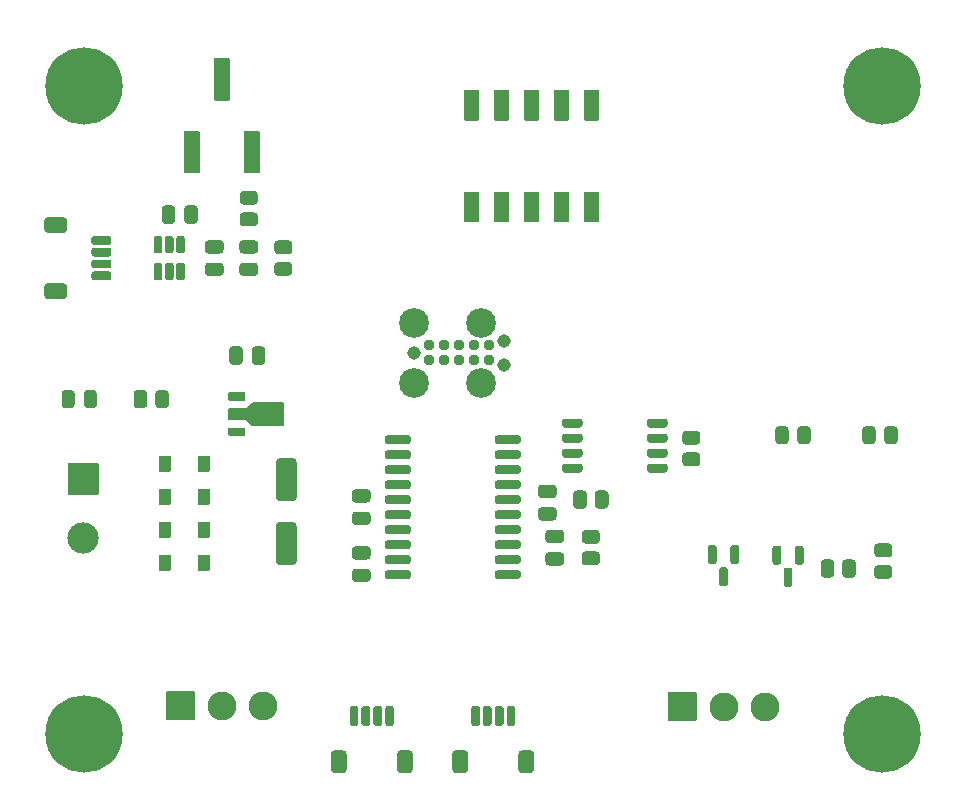
<source format=gts>
G04 #@! TF.GenerationSoftware,KiCad,Pcbnew,6.0.10-86aedd382b~118~ubuntu18.04.1*
G04 #@! TF.CreationDate,2024-08-26T13:48:25-06:00*
G04 #@! TF.ProjectId,ckt-xing-basic,636b742d-7869-46e6-972d-62617369632e,rev?*
G04 #@! TF.SameCoordinates,Original*
G04 #@! TF.FileFunction,Soldermask,Top*
G04 #@! TF.FilePolarity,Negative*
%FSLAX46Y46*%
G04 Gerber Fmt 4.6, Leading zero omitted, Abs format (unit mm)*
G04 Created by KiCad (PCBNEW 6.0.10-86aedd382b~118~ubuntu18.04.1) date 2024-08-26 13:48:25*
%MOMM*%
%LPD*%
G01*
G04 APERTURE LIST*
%ADD10C,6.552400*%
%ADD11C,2.652400*%
%ADD12C,2.452400*%
%ADD13C,2.527300*%
%ADD14C,1.143000*%
%ADD15C,0.939800*%
G04 APERTURE END LIST*
G36*
G01*
X95100200Y-63812000D02*
X95100200Y-64712000D01*
G75*
G02*
X94774000Y-65038200I-326200J0D01*
G01*
X94249000Y-65038200D01*
G75*
G02*
X93922800Y-64712000I0J326200D01*
G01*
X93922800Y-63812000D01*
G75*
G02*
X94249000Y-63485800I326200J0D01*
G01*
X94774000Y-63485800D01*
G75*
G02*
X95100200Y-63812000I0J-326200D01*
G01*
G37*
G36*
G01*
X93275200Y-63812000D02*
X93275200Y-64712000D01*
G75*
G02*
X92949000Y-65038200I-326200J0D01*
G01*
X92424000Y-65038200D01*
G75*
G02*
X92097800Y-64712000I0J326200D01*
G01*
X92097800Y-63812000D01*
G75*
G02*
X92424000Y-63485800I326200J0D01*
G01*
X92949000Y-63485800D01*
G75*
G02*
X93275200Y-63812000I0J-326200D01*
G01*
G37*
D10*
X29718000Y-23368000D03*
G36*
G01*
X80703000Y-52600800D02*
X81603000Y-52600800D01*
G75*
G02*
X81929200Y-52927000I0J-326200D01*
G01*
X81929200Y-53452000D01*
G75*
G02*
X81603000Y-53778200I-326200J0D01*
G01*
X80703000Y-53778200D01*
G75*
G02*
X80376800Y-53452000I0J326200D01*
G01*
X80376800Y-52927000D01*
G75*
G02*
X80703000Y-52600800I326200J0D01*
G01*
G37*
G36*
G01*
X80703000Y-54425800D02*
X81603000Y-54425800D01*
G75*
G02*
X81929200Y-54752000I0J-326200D01*
G01*
X81929200Y-55277000D01*
G75*
G02*
X81603000Y-55603200I-326200J0D01*
G01*
X80703000Y-55603200D01*
G75*
G02*
X80376800Y-55277000I0J326200D01*
G01*
X80376800Y-54752000D01*
G75*
G02*
X80703000Y-54425800I326200J0D01*
G01*
G37*
G36*
G01*
X36157000Y-39849200D02*
X35857000Y-39849200D01*
G75*
G02*
X35630800Y-39623000I0J226200D01*
G01*
X35630800Y-38598000D01*
G75*
G02*
X35857000Y-38371800I226200J0D01*
G01*
X36157000Y-38371800D01*
G75*
G02*
X36383200Y-38598000I0J-226200D01*
G01*
X36383200Y-39623000D01*
G75*
G02*
X36157000Y-39849200I-226200J0D01*
G01*
G37*
G36*
G01*
X37107000Y-39849200D02*
X36807000Y-39849200D01*
G75*
G02*
X36580800Y-39623000I0J226200D01*
G01*
X36580800Y-38598000D01*
G75*
G02*
X36807000Y-38371800I226200J0D01*
G01*
X37107000Y-38371800D01*
G75*
G02*
X37333200Y-38598000I0J-226200D01*
G01*
X37333200Y-39623000D01*
G75*
G02*
X37107000Y-39849200I-226200J0D01*
G01*
G37*
G36*
G01*
X38057000Y-39849200D02*
X37757000Y-39849200D01*
G75*
G02*
X37530800Y-39623000I0J226200D01*
G01*
X37530800Y-38598000D01*
G75*
G02*
X37757000Y-38371800I226200J0D01*
G01*
X38057000Y-38371800D01*
G75*
G02*
X38283200Y-38598000I0J-226200D01*
G01*
X38283200Y-39623000D01*
G75*
G02*
X38057000Y-39849200I-226200J0D01*
G01*
G37*
G36*
G01*
X38057000Y-37574200D02*
X37757000Y-37574200D01*
G75*
G02*
X37530800Y-37348000I0J226200D01*
G01*
X37530800Y-36323000D01*
G75*
G02*
X37757000Y-36096800I226200J0D01*
G01*
X38057000Y-36096800D01*
G75*
G02*
X38283200Y-36323000I0J-226200D01*
G01*
X38283200Y-37348000D01*
G75*
G02*
X38057000Y-37574200I-226200J0D01*
G01*
G37*
G36*
G01*
X37107000Y-37574200D02*
X36807000Y-37574200D01*
G75*
G02*
X36580800Y-37348000I0J226200D01*
G01*
X36580800Y-36323000D01*
G75*
G02*
X36807000Y-36096800I226200J0D01*
G01*
X37107000Y-36096800D01*
G75*
G02*
X37333200Y-36323000I0J-226200D01*
G01*
X37333200Y-37348000D01*
G75*
G02*
X37107000Y-37574200I-226200J0D01*
G01*
G37*
G36*
G01*
X36157000Y-37574200D02*
X35857000Y-37574200D01*
G75*
G02*
X35630800Y-37348000I0J226200D01*
G01*
X35630800Y-36323000D01*
G75*
G02*
X35857000Y-36096800I226200J0D01*
G01*
X36157000Y-36096800D01*
G75*
G02*
X36383200Y-36323000I0J-226200D01*
G01*
X36383200Y-37348000D01*
G75*
G02*
X36157000Y-37574200I-226200J0D01*
G01*
G37*
G36*
G01*
X95629550Y-53415250D02*
X95629550Y-52502750D01*
G75*
G02*
X95949500Y-52182800I319950J0D01*
G01*
X96437000Y-52182800D01*
G75*
G02*
X96756950Y-52502750I0J-319950D01*
G01*
X96756950Y-53415250D01*
G75*
G02*
X96437000Y-53735200I-319950J0D01*
G01*
X95949500Y-53735200D01*
G75*
G02*
X95629550Y-53415250I0J319950D01*
G01*
G37*
G36*
G01*
X97504550Y-53415250D02*
X97504550Y-52502750D01*
G75*
G02*
X97824500Y-52182800I319950J0D01*
G01*
X98312000Y-52182800D01*
G75*
G02*
X98631950Y-52502750I0J-319950D01*
G01*
X98631950Y-53415250D01*
G75*
G02*
X98312000Y-53735200I-319950J0D01*
G01*
X97824500Y-53735200D01*
G75*
G02*
X97504550Y-53415250I0J319950D01*
G01*
G37*
G36*
G01*
X42034800Y-46703000D02*
X42034800Y-45753000D01*
G75*
G02*
X42361000Y-45426800I326200J0D01*
G01*
X42861000Y-45426800D01*
G75*
G02*
X43187200Y-45753000I0J-326200D01*
G01*
X43187200Y-46703000D01*
G75*
G02*
X42861000Y-47029200I-326200J0D01*
G01*
X42361000Y-47029200D01*
G75*
G02*
X42034800Y-46703000I0J326200D01*
G01*
G37*
G36*
G01*
X43934800Y-46703000D02*
X43934800Y-45753000D01*
G75*
G02*
X44261000Y-45426800I326200J0D01*
G01*
X44761000Y-45426800D01*
G75*
G02*
X45087200Y-45753000I0J-326200D01*
G01*
X45087200Y-46703000D01*
G75*
G02*
X44761000Y-47029200I-326200J0D01*
G01*
X44261000Y-47029200D01*
G75*
G02*
X43934800Y-46703000I0J326200D01*
G01*
G37*
G36*
G01*
X63106300Y-34937700D02*
X61988700Y-34937700D01*
G75*
G02*
X61912500Y-34861500I0J76200D01*
G01*
X61912500Y-32423100D01*
G75*
G02*
X61988700Y-32346900I76200J0D01*
G01*
X63106300Y-32346900D01*
G75*
G02*
X63182500Y-32423100I0J-76200D01*
G01*
X63182500Y-34861500D01*
G75*
G02*
X63106300Y-34937700I-76200J0D01*
G01*
G37*
G36*
G01*
X65646300Y-34937700D02*
X64528700Y-34937700D01*
G75*
G02*
X64452500Y-34861500I0J76200D01*
G01*
X64452500Y-32423100D01*
G75*
G02*
X64528700Y-32346900I76200J0D01*
G01*
X65646300Y-32346900D01*
G75*
G02*
X65722500Y-32423100I0J-76200D01*
G01*
X65722500Y-34861500D01*
G75*
G02*
X65646300Y-34937700I-76200J0D01*
G01*
G37*
G36*
G01*
X68186300Y-34937700D02*
X67068700Y-34937700D01*
G75*
G02*
X66992500Y-34861500I0J76200D01*
G01*
X66992500Y-32423100D01*
G75*
G02*
X67068700Y-32346900I76200J0D01*
G01*
X68186300Y-32346900D01*
G75*
G02*
X68262500Y-32423100I0J-76200D01*
G01*
X68262500Y-34861500D01*
G75*
G02*
X68186300Y-34937700I-76200J0D01*
G01*
G37*
G36*
G01*
X70726300Y-34937700D02*
X69608700Y-34937700D01*
G75*
G02*
X69532500Y-34861500I0J76200D01*
G01*
X69532500Y-32423100D01*
G75*
G02*
X69608700Y-32346900I76200J0D01*
G01*
X70726300Y-32346900D01*
G75*
G02*
X70802500Y-32423100I0J-76200D01*
G01*
X70802500Y-34861500D01*
G75*
G02*
X70726300Y-34937700I-76200J0D01*
G01*
G37*
G36*
G01*
X73266300Y-34937700D02*
X72148700Y-34937700D01*
G75*
G02*
X72072500Y-34861500I0J76200D01*
G01*
X72072500Y-32423100D01*
G75*
G02*
X72148700Y-32346900I76200J0D01*
G01*
X73266300Y-32346900D01*
G75*
G02*
X73342500Y-32423100I0J-76200D01*
G01*
X73342500Y-34861500D01*
G75*
G02*
X73266300Y-34937700I-76200J0D01*
G01*
G37*
G36*
G01*
X73266300Y-26327100D02*
X72148700Y-26327100D01*
G75*
G02*
X72072500Y-26250900I0J76200D01*
G01*
X72072500Y-23812500D01*
G75*
G02*
X72148700Y-23736300I76200J0D01*
G01*
X73266300Y-23736300D01*
G75*
G02*
X73342500Y-23812500I0J-76200D01*
G01*
X73342500Y-26250900D01*
G75*
G02*
X73266300Y-26327100I-76200J0D01*
G01*
G37*
G36*
G01*
X70726300Y-26327100D02*
X69608700Y-26327100D01*
G75*
G02*
X69532500Y-26250900I0J76200D01*
G01*
X69532500Y-23812500D01*
G75*
G02*
X69608700Y-23736300I76200J0D01*
G01*
X70726300Y-23736300D01*
G75*
G02*
X70802500Y-23812500I0J-76200D01*
G01*
X70802500Y-26250900D01*
G75*
G02*
X70726300Y-26327100I-76200J0D01*
G01*
G37*
G36*
G01*
X68186300Y-26327100D02*
X67068700Y-26327100D01*
G75*
G02*
X66992500Y-26250900I0J76200D01*
G01*
X66992500Y-23812500D01*
G75*
G02*
X67068700Y-23736300I76200J0D01*
G01*
X68186300Y-23736300D01*
G75*
G02*
X68262500Y-23812500I0J-76200D01*
G01*
X68262500Y-26250900D01*
G75*
G02*
X68186300Y-26327100I-76200J0D01*
G01*
G37*
G36*
G01*
X65646300Y-26327100D02*
X64528700Y-26327100D01*
G75*
G02*
X64452500Y-26250900I0J76200D01*
G01*
X64452500Y-23812500D01*
G75*
G02*
X64528700Y-23736300I76200J0D01*
G01*
X65646300Y-23736300D01*
G75*
G02*
X65722500Y-23812500I0J-76200D01*
G01*
X65722500Y-26250900D01*
G75*
G02*
X65646300Y-26327100I-76200J0D01*
G01*
G37*
G36*
G01*
X63106300Y-26327100D02*
X61988700Y-26327100D01*
G75*
G02*
X61912500Y-26250900I0J76200D01*
G01*
X61912500Y-23812500D01*
G75*
G02*
X61988700Y-23736300I76200J0D01*
G01*
X63106300Y-23736300D01*
G75*
G02*
X63182500Y-23812500I0J-76200D01*
G01*
X63182500Y-26250900D01*
G75*
G02*
X63106300Y-26327100I-76200J0D01*
G01*
G37*
G36*
G01*
X38188900Y-30708600D02*
X38188900Y-27279600D01*
G75*
G02*
X38265100Y-27203400I76200J0D01*
G01*
X39458900Y-27203400D01*
G75*
G02*
X39535100Y-27279600I0J-76200D01*
G01*
X39535100Y-30708600D01*
G75*
G02*
X39458900Y-30784800I-76200J0D01*
G01*
X38265100Y-30784800D01*
G75*
G02*
X38188900Y-30708600I0J76200D01*
G01*
G37*
G36*
G01*
X40728900Y-24561800D02*
X40728900Y-21107400D01*
G75*
G02*
X40805100Y-21031200I76200J0D01*
G01*
X41998900Y-21031200D01*
G75*
G02*
X42075100Y-21107400I0J-76200D01*
G01*
X42075100Y-24561800D01*
G75*
G02*
X41998900Y-24638000I-76200J0D01*
G01*
X40805100Y-24638000D01*
G75*
G02*
X40728900Y-24561800I0J76200D01*
G01*
G37*
G36*
G01*
X43268900Y-30708600D02*
X43268900Y-27279600D01*
G75*
G02*
X43345100Y-27203400I76200J0D01*
G01*
X44538900Y-27203400D01*
G75*
G02*
X44615100Y-27279600I0J-76200D01*
G01*
X44615100Y-30708600D01*
G75*
G02*
X44538900Y-30784800I-76200J0D01*
G01*
X43345100Y-30784800D01*
G75*
G02*
X43268900Y-30708600I0J76200D01*
G01*
G37*
G36*
G01*
X52738000Y-57528800D02*
X53688000Y-57528800D01*
G75*
G02*
X54014200Y-57855000I0J-326200D01*
G01*
X54014200Y-58355000D01*
G75*
G02*
X53688000Y-58681200I-326200J0D01*
G01*
X52738000Y-58681200D01*
G75*
G02*
X52411800Y-58355000I0J326200D01*
G01*
X52411800Y-57855000D01*
G75*
G02*
X52738000Y-57528800I326200J0D01*
G01*
G37*
G36*
G01*
X52738000Y-59428800D02*
X53688000Y-59428800D01*
G75*
G02*
X54014200Y-59755000I0J-326200D01*
G01*
X54014200Y-60255000D01*
G75*
G02*
X53688000Y-60581200I-326200J0D01*
G01*
X52738000Y-60581200D01*
G75*
G02*
X52411800Y-60255000I0J326200D01*
G01*
X52411800Y-59755000D01*
G75*
G02*
X52738000Y-59428800I326200J0D01*
G01*
G37*
G36*
G01*
X28422000Y-55355800D02*
X30922000Y-55355800D01*
G75*
G02*
X30998200Y-55432000I0J-76200D01*
G01*
X30998200Y-57932000D01*
G75*
G02*
X30922000Y-58008200I-76200J0D01*
G01*
X28422000Y-58008200D01*
G75*
G02*
X28345800Y-57932000I0J76200D01*
G01*
X28345800Y-55432000D01*
G75*
G02*
X28422000Y-55355800I76200J0D01*
G01*
G37*
D11*
X29672000Y-61682000D03*
D10*
X29718000Y-78232000D03*
X97282000Y-78232000D03*
G36*
G01*
X69436000Y-60200200D02*
X68486000Y-60200200D01*
G75*
G02*
X68159800Y-59874000I0J326200D01*
G01*
X68159800Y-59374000D01*
G75*
G02*
X68486000Y-59047800I326200J0D01*
G01*
X69436000Y-59047800D01*
G75*
G02*
X69762200Y-59374000I0J-326200D01*
G01*
X69762200Y-59874000D01*
G75*
G02*
X69436000Y-60200200I-326200J0D01*
G01*
G37*
G36*
G01*
X69436000Y-58300200D02*
X68486000Y-58300200D01*
G75*
G02*
X68159800Y-57974000I0J326200D01*
G01*
X68159800Y-57474000D01*
G75*
G02*
X68486000Y-57147800I326200J0D01*
G01*
X69436000Y-57147800D01*
G75*
G02*
X69762200Y-57474000I0J-326200D01*
G01*
X69762200Y-57974000D01*
G75*
G02*
X69436000Y-58300200I-326200J0D01*
G01*
G37*
G36*
G01*
X79164800Y-77096000D02*
X79164800Y-74796000D01*
G75*
G02*
X79241000Y-74719800I76200J0D01*
G01*
X81541000Y-74719800D01*
G75*
G02*
X81617200Y-74796000I0J-76200D01*
G01*
X81617200Y-77096000D01*
G75*
G02*
X81541000Y-77172200I-76200J0D01*
G01*
X79241000Y-77172200D01*
G75*
G02*
X79164800Y-77096000I0J76200D01*
G01*
G37*
D12*
X83891000Y-75946000D03*
X87391000Y-75946000D03*
G36*
G01*
X55208800Y-53490000D02*
X55208800Y-53190000D01*
G75*
G02*
X55435000Y-52963800I226200J0D01*
G01*
X57185000Y-52963800D01*
G75*
G02*
X57411200Y-53190000I0J-226200D01*
G01*
X57411200Y-53490000D01*
G75*
G02*
X57185000Y-53716200I-226200J0D01*
G01*
X55435000Y-53716200D01*
G75*
G02*
X55208800Y-53490000I0J226200D01*
G01*
G37*
G36*
G01*
X55208800Y-54760000D02*
X55208800Y-54460000D01*
G75*
G02*
X55435000Y-54233800I226200J0D01*
G01*
X57185000Y-54233800D01*
G75*
G02*
X57411200Y-54460000I0J-226200D01*
G01*
X57411200Y-54760000D01*
G75*
G02*
X57185000Y-54986200I-226200J0D01*
G01*
X55435000Y-54986200D01*
G75*
G02*
X55208800Y-54760000I0J226200D01*
G01*
G37*
G36*
G01*
X55208800Y-56030000D02*
X55208800Y-55730000D01*
G75*
G02*
X55435000Y-55503800I226200J0D01*
G01*
X57185000Y-55503800D01*
G75*
G02*
X57411200Y-55730000I0J-226200D01*
G01*
X57411200Y-56030000D01*
G75*
G02*
X57185000Y-56256200I-226200J0D01*
G01*
X55435000Y-56256200D01*
G75*
G02*
X55208800Y-56030000I0J226200D01*
G01*
G37*
G36*
G01*
X55208800Y-57300000D02*
X55208800Y-57000000D01*
G75*
G02*
X55435000Y-56773800I226200J0D01*
G01*
X57185000Y-56773800D01*
G75*
G02*
X57411200Y-57000000I0J-226200D01*
G01*
X57411200Y-57300000D01*
G75*
G02*
X57185000Y-57526200I-226200J0D01*
G01*
X55435000Y-57526200D01*
G75*
G02*
X55208800Y-57300000I0J226200D01*
G01*
G37*
G36*
G01*
X55208800Y-58570000D02*
X55208800Y-58270000D01*
G75*
G02*
X55435000Y-58043800I226200J0D01*
G01*
X57185000Y-58043800D01*
G75*
G02*
X57411200Y-58270000I0J-226200D01*
G01*
X57411200Y-58570000D01*
G75*
G02*
X57185000Y-58796200I-226200J0D01*
G01*
X55435000Y-58796200D01*
G75*
G02*
X55208800Y-58570000I0J226200D01*
G01*
G37*
G36*
G01*
X55208800Y-59840000D02*
X55208800Y-59540000D01*
G75*
G02*
X55435000Y-59313800I226200J0D01*
G01*
X57185000Y-59313800D01*
G75*
G02*
X57411200Y-59540000I0J-226200D01*
G01*
X57411200Y-59840000D01*
G75*
G02*
X57185000Y-60066200I-226200J0D01*
G01*
X55435000Y-60066200D01*
G75*
G02*
X55208800Y-59840000I0J226200D01*
G01*
G37*
G36*
G01*
X55208800Y-61110000D02*
X55208800Y-60810000D01*
G75*
G02*
X55435000Y-60583800I226200J0D01*
G01*
X57185000Y-60583800D01*
G75*
G02*
X57411200Y-60810000I0J-226200D01*
G01*
X57411200Y-61110000D01*
G75*
G02*
X57185000Y-61336200I-226200J0D01*
G01*
X55435000Y-61336200D01*
G75*
G02*
X55208800Y-61110000I0J226200D01*
G01*
G37*
G36*
G01*
X55208800Y-62380000D02*
X55208800Y-62080000D01*
G75*
G02*
X55435000Y-61853800I226200J0D01*
G01*
X57185000Y-61853800D01*
G75*
G02*
X57411200Y-62080000I0J-226200D01*
G01*
X57411200Y-62380000D01*
G75*
G02*
X57185000Y-62606200I-226200J0D01*
G01*
X55435000Y-62606200D01*
G75*
G02*
X55208800Y-62380000I0J226200D01*
G01*
G37*
G36*
G01*
X55208800Y-63650000D02*
X55208800Y-63350000D01*
G75*
G02*
X55435000Y-63123800I226200J0D01*
G01*
X57185000Y-63123800D01*
G75*
G02*
X57411200Y-63350000I0J-226200D01*
G01*
X57411200Y-63650000D01*
G75*
G02*
X57185000Y-63876200I-226200J0D01*
G01*
X55435000Y-63876200D01*
G75*
G02*
X55208800Y-63650000I0J226200D01*
G01*
G37*
G36*
G01*
X55208800Y-64920000D02*
X55208800Y-64620000D01*
G75*
G02*
X55435000Y-64393800I226200J0D01*
G01*
X57185000Y-64393800D01*
G75*
G02*
X57411200Y-64620000I0J-226200D01*
G01*
X57411200Y-64920000D01*
G75*
G02*
X57185000Y-65146200I-226200J0D01*
G01*
X55435000Y-65146200D01*
G75*
G02*
X55208800Y-64920000I0J226200D01*
G01*
G37*
G36*
G01*
X64508800Y-64920000D02*
X64508800Y-64620000D01*
G75*
G02*
X64735000Y-64393800I226200J0D01*
G01*
X66485000Y-64393800D01*
G75*
G02*
X66711200Y-64620000I0J-226200D01*
G01*
X66711200Y-64920000D01*
G75*
G02*
X66485000Y-65146200I-226200J0D01*
G01*
X64735000Y-65146200D01*
G75*
G02*
X64508800Y-64920000I0J226200D01*
G01*
G37*
G36*
G01*
X64508800Y-63650000D02*
X64508800Y-63350000D01*
G75*
G02*
X64735000Y-63123800I226200J0D01*
G01*
X66485000Y-63123800D01*
G75*
G02*
X66711200Y-63350000I0J-226200D01*
G01*
X66711200Y-63650000D01*
G75*
G02*
X66485000Y-63876200I-226200J0D01*
G01*
X64735000Y-63876200D01*
G75*
G02*
X64508800Y-63650000I0J226200D01*
G01*
G37*
G36*
G01*
X64508800Y-62380000D02*
X64508800Y-62080000D01*
G75*
G02*
X64735000Y-61853800I226200J0D01*
G01*
X66485000Y-61853800D01*
G75*
G02*
X66711200Y-62080000I0J-226200D01*
G01*
X66711200Y-62380000D01*
G75*
G02*
X66485000Y-62606200I-226200J0D01*
G01*
X64735000Y-62606200D01*
G75*
G02*
X64508800Y-62380000I0J226200D01*
G01*
G37*
G36*
G01*
X64508800Y-61110000D02*
X64508800Y-60810000D01*
G75*
G02*
X64735000Y-60583800I226200J0D01*
G01*
X66485000Y-60583800D01*
G75*
G02*
X66711200Y-60810000I0J-226200D01*
G01*
X66711200Y-61110000D01*
G75*
G02*
X66485000Y-61336200I-226200J0D01*
G01*
X64735000Y-61336200D01*
G75*
G02*
X64508800Y-61110000I0J226200D01*
G01*
G37*
G36*
G01*
X64508800Y-59840000D02*
X64508800Y-59540000D01*
G75*
G02*
X64735000Y-59313800I226200J0D01*
G01*
X66485000Y-59313800D01*
G75*
G02*
X66711200Y-59540000I0J-226200D01*
G01*
X66711200Y-59840000D01*
G75*
G02*
X66485000Y-60066200I-226200J0D01*
G01*
X64735000Y-60066200D01*
G75*
G02*
X64508800Y-59840000I0J226200D01*
G01*
G37*
G36*
G01*
X64508800Y-58570000D02*
X64508800Y-58270000D01*
G75*
G02*
X64735000Y-58043800I226200J0D01*
G01*
X66485000Y-58043800D01*
G75*
G02*
X66711200Y-58270000I0J-226200D01*
G01*
X66711200Y-58570000D01*
G75*
G02*
X66485000Y-58796200I-226200J0D01*
G01*
X64735000Y-58796200D01*
G75*
G02*
X64508800Y-58570000I0J226200D01*
G01*
G37*
G36*
G01*
X64508800Y-57300000D02*
X64508800Y-57000000D01*
G75*
G02*
X64735000Y-56773800I226200J0D01*
G01*
X66485000Y-56773800D01*
G75*
G02*
X66711200Y-57000000I0J-226200D01*
G01*
X66711200Y-57300000D01*
G75*
G02*
X66485000Y-57526200I-226200J0D01*
G01*
X64735000Y-57526200D01*
G75*
G02*
X64508800Y-57300000I0J226200D01*
G01*
G37*
G36*
G01*
X64508800Y-56030000D02*
X64508800Y-55730000D01*
G75*
G02*
X64735000Y-55503800I226200J0D01*
G01*
X66485000Y-55503800D01*
G75*
G02*
X66711200Y-55730000I0J-226200D01*
G01*
X66711200Y-56030000D01*
G75*
G02*
X66485000Y-56256200I-226200J0D01*
G01*
X64735000Y-56256200D01*
G75*
G02*
X64508800Y-56030000I0J226200D01*
G01*
G37*
G36*
G01*
X64508800Y-54760000D02*
X64508800Y-54460000D01*
G75*
G02*
X64735000Y-54233800I226200J0D01*
G01*
X66485000Y-54233800D01*
G75*
G02*
X66711200Y-54460000I0J-226200D01*
G01*
X66711200Y-54760000D01*
G75*
G02*
X66485000Y-54986200I-226200J0D01*
G01*
X64735000Y-54986200D01*
G75*
G02*
X64508800Y-54760000I0J226200D01*
G01*
G37*
G36*
G01*
X64508800Y-53490000D02*
X64508800Y-53190000D01*
G75*
G02*
X64735000Y-52963800I226200J0D01*
G01*
X66485000Y-52963800D01*
G75*
G02*
X66711200Y-53190000I0J-226200D01*
G01*
X66711200Y-53490000D01*
G75*
G02*
X66485000Y-53716200I-226200J0D01*
G01*
X64735000Y-53716200D01*
G75*
G02*
X64508800Y-53490000I0J226200D01*
G01*
G37*
G36*
G01*
X69121000Y-60957800D02*
X70071000Y-60957800D01*
G75*
G02*
X70397200Y-61284000I0J-326200D01*
G01*
X70397200Y-61784000D01*
G75*
G02*
X70071000Y-62110200I-326200J0D01*
G01*
X69121000Y-62110200D01*
G75*
G02*
X68794800Y-61784000I0J326200D01*
G01*
X68794800Y-61284000D01*
G75*
G02*
X69121000Y-60957800I326200J0D01*
G01*
G37*
G36*
G01*
X69121000Y-62857800D02*
X70071000Y-62857800D01*
G75*
G02*
X70397200Y-63184000I0J-326200D01*
G01*
X70397200Y-63684000D01*
G75*
G02*
X70071000Y-64010200I-326200J0D01*
G01*
X69121000Y-64010200D01*
G75*
G02*
X68794800Y-63684000I0J326200D01*
G01*
X68794800Y-63184000D01*
G75*
G02*
X69121000Y-62857800I326200J0D01*
G01*
G37*
G36*
G01*
X43238000Y-32280800D02*
X44138000Y-32280800D01*
G75*
G02*
X44464200Y-32607000I0J-326200D01*
G01*
X44464200Y-33132000D01*
G75*
G02*
X44138000Y-33458200I-326200J0D01*
G01*
X43238000Y-33458200D01*
G75*
G02*
X42911800Y-33132000I0J326200D01*
G01*
X42911800Y-32607000D01*
G75*
G02*
X43238000Y-32280800I326200J0D01*
G01*
G37*
G36*
G01*
X43238000Y-34105800D02*
X44138000Y-34105800D01*
G75*
G02*
X44464200Y-34432000I0J-326200D01*
G01*
X44464200Y-34957000D01*
G75*
G02*
X44138000Y-35283200I-326200J0D01*
G01*
X43238000Y-35283200D01*
G75*
G02*
X42911800Y-34957000I0J326200D01*
G01*
X42911800Y-34432000D01*
G75*
G02*
X43238000Y-34105800I326200J0D01*
G01*
G37*
G36*
G01*
X36675800Y-77038000D02*
X36675800Y-74738000D01*
G75*
G02*
X36752000Y-74661800I76200J0D01*
G01*
X39052000Y-74661800D01*
G75*
G02*
X39128200Y-74738000I0J-76200D01*
G01*
X39128200Y-77038000D01*
G75*
G02*
X39052000Y-77114200I-76200J0D01*
G01*
X36752000Y-77114200D01*
G75*
G02*
X36675800Y-77038000I0J76200D01*
G01*
G37*
X41402000Y-75888000D03*
X44902000Y-75888000D03*
G36*
G01*
X52225800Y-77365000D02*
X52225800Y-76115000D01*
G75*
G02*
X52452000Y-75888800I226200J0D01*
G01*
X52752000Y-75888800D01*
G75*
G02*
X52978200Y-76115000I0J-226200D01*
G01*
X52978200Y-77365000D01*
G75*
G02*
X52752000Y-77591200I-226200J0D01*
G01*
X52452000Y-77591200D01*
G75*
G02*
X52225800Y-77365000I0J226200D01*
G01*
G37*
G36*
G01*
X53225800Y-77365000D02*
X53225800Y-76115000D01*
G75*
G02*
X53452000Y-75888800I226200J0D01*
G01*
X53752000Y-75888800D01*
G75*
G02*
X53978200Y-76115000I0J-226200D01*
G01*
X53978200Y-77365000D01*
G75*
G02*
X53752000Y-77591200I-226200J0D01*
G01*
X53452000Y-77591200D01*
G75*
G02*
X53225800Y-77365000I0J226200D01*
G01*
G37*
G36*
G01*
X54225800Y-77365000D02*
X54225800Y-76115000D01*
G75*
G02*
X54452000Y-75888800I226200J0D01*
G01*
X54752000Y-75888800D01*
G75*
G02*
X54978200Y-76115000I0J-226200D01*
G01*
X54978200Y-77365000D01*
G75*
G02*
X54752000Y-77591200I-226200J0D01*
G01*
X54452000Y-77591200D01*
G75*
G02*
X54225800Y-77365000I0J226200D01*
G01*
G37*
G36*
G01*
X55225800Y-77365000D02*
X55225800Y-76115000D01*
G75*
G02*
X55452000Y-75888800I226200J0D01*
G01*
X55752000Y-75888800D01*
G75*
G02*
X55978200Y-76115000I0J-226200D01*
G01*
X55978200Y-77365000D01*
G75*
G02*
X55752000Y-77591200I-226200J0D01*
G01*
X55452000Y-77591200D01*
G75*
G02*
X55225800Y-77365000I0J226200D01*
G01*
G37*
G36*
G01*
X56225800Y-81265000D02*
X56225800Y-79965000D01*
G75*
G02*
X56552000Y-79638800I326200J0D01*
G01*
X57252000Y-79638800D01*
G75*
G02*
X57578200Y-79965000I0J-326200D01*
G01*
X57578200Y-81265000D01*
G75*
G02*
X57252000Y-81591200I-326200J0D01*
G01*
X56552000Y-81591200D01*
G75*
G02*
X56225800Y-81265000I0J326200D01*
G01*
G37*
G36*
G01*
X50625800Y-81265000D02*
X50625800Y-79965000D01*
G75*
G02*
X50952000Y-79638800I326200J0D01*
G01*
X51652000Y-79638800D01*
G75*
G02*
X51978200Y-79965000I0J-326200D01*
G01*
X51978200Y-81265000D01*
G75*
G02*
X51652000Y-81591200I-326200J0D01*
G01*
X50952000Y-81591200D01*
G75*
G02*
X50625800Y-81265000I0J326200D01*
G01*
G37*
G36*
G01*
X36050800Y-64354000D02*
X36050800Y-63154000D01*
G75*
G02*
X36127000Y-63077800I76200J0D01*
G01*
X37027000Y-63077800D01*
G75*
G02*
X37103200Y-63154000I0J-76200D01*
G01*
X37103200Y-64354000D01*
G75*
G02*
X37027000Y-64430200I-76200J0D01*
G01*
X36127000Y-64430200D01*
G75*
G02*
X36050800Y-64354000I0J76200D01*
G01*
G37*
G36*
G01*
X39350800Y-64354000D02*
X39350800Y-63154000D01*
G75*
G02*
X39427000Y-63077800I76200J0D01*
G01*
X40327000Y-63077800D01*
G75*
G02*
X40403200Y-63154000I0J-76200D01*
G01*
X40403200Y-64354000D01*
G75*
G02*
X40327000Y-64430200I-76200J0D01*
G01*
X39427000Y-64430200D01*
G75*
G02*
X39350800Y-64354000I0J76200D01*
G01*
G37*
G36*
G01*
X88263550Y-53415250D02*
X88263550Y-52502750D01*
G75*
G02*
X88583500Y-52182800I319950J0D01*
G01*
X89071000Y-52182800D01*
G75*
G02*
X89390950Y-52502750I0J-319950D01*
G01*
X89390950Y-53415250D01*
G75*
G02*
X89071000Y-53735200I-319950J0D01*
G01*
X88583500Y-53735200D01*
G75*
G02*
X88263550Y-53415250I0J319950D01*
G01*
G37*
G36*
G01*
X90138550Y-53415250D02*
X90138550Y-52502750D01*
G75*
G02*
X90458500Y-52182800I319950J0D01*
G01*
X90946000Y-52182800D01*
G75*
G02*
X91265950Y-52502750I0J-319950D01*
G01*
X91265950Y-53415250D01*
G75*
G02*
X90946000Y-53735200I-319950J0D01*
G01*
X90458500Y-53735200D01*
G75*
G02*
X90138550Y-53415250I0J319950D01*
G01*
G37*
G36*
G01*
X40403200Y-57566000D02*
X40403200Y-58766000D01*
G75*
G02*
X40327000Y-58842200I-76200J0D01*
G01*
X39427000Y-58842200D01*
G75*
G02*
X39350800Y-58766000I0J76200D01*
G01*
X39350800Y-57566000D01*
G75*
G02*
X39427000Y-57489800I76200J0D01*
G01*
X40327000Y-57489800D01*
G75*
G02*
X40403200Y-57566000I0J-76200D01*
G01*
G37*
G36*
G01*
X37103200Y-57566000D02*
X37103200Y-58766000D01*
G75*
G02*
X37027000Y-58842200I-76200J0D01*
G01*
X36127000Y-58842200D01*
G75*
G02*
X36050800Y-58766000I0J76200D01*
G01*
X36050800Y-57566000D01*
G75*
G02*
X36127000Y-57489800I76200J0D01*
G01*
X37027000Y-57489800D01*
G75*
G02*
X37103200Y-57566000I0J-76200D01*
G01*
G37*
G36*
G01*
X41242000Y-39499200D02*
X40292000Y-39499200D01*
G75*
G02*
X39965800Y-39173000I0J326200D01*
G01*
X39965800Y-38673000D01*
G75*
G02*
X40292000Y-38346800I326200J0D01*
G01*
X41242000Y-38346800D01*
G75*
G02*
X41568200Y-38673000I0J-326200D01*
G01*
X41568200Y-39173000D01*
G75*
G02*
X41242000Y-39499200I-326200J0D01*
G01*
G37*
G36*
G01*
X41242000Y-37599200D02*
X40292000Y-37599200D01*
G75*
G02*
X39965800Y-37273000I0J326200D01*
G01*
X39965800Y-36773000D01*
G75*
G02*
X40292000Y-36446800I326200J0D01*
G01*
X41242000Y-36446800D01*
G75*
G02*
X41568200Y-36773000I0J-326200D01*
G01*
X41568200Y-37273000D01*
G75*
G02*
X41242000Y-37599200I-326200J0D01*
G01*
G37*
G36*
G01*
X43213000Y-36446800D02*
X44163000Y-36446800D01*
G75*
G02*
X44489200Y-36773000I0J-326200D01*
G01*
X44489200Y-37273000D01*
G75*
G02*
X44163000Y-37599200I-326200J0D01*
G01*
X43213000Y-37599200D01*
G75*
G02*
X42886800Y-37273000I0J326200D01*
G01*
X42886800Y-36773000D01*
G75*
G02*
X43213000Y-36446800I326200J0D01*
G01*
G37*
G36*
G01*
X43213000Y-38346800D02*
X44163000Y-38346800D01*
G75*
G02*
X44489200Y-38673000I0J-326200D01*
G01*
X44489200Y-39173000D01*
G75*
G02*
X44163000Y-39499200I-326200J0D01*
G01*
X43213000Y-39499200D01*
G75*
G02*
X42886800Y-39173000I0J326200D01*
G01*
X42886800Y-38673000D01*
G75*
G02*
X43213000Y-38346800I326200J0D01*
G01*
G37*
G36*
G01*
X36050800Y-55972000D02*
X36050800Y-54772000D01*
G75*
G02*
X36127000Y-54695800I76200J0D01*
G01*
X37027000Y-54695800D01*
G75*
G02*
X37103200Y-54772000I0J-76200D01*
G01*
X37103200Y-55972000D01*
G75*
G02*
X37027000Y-56048200I-76200J0D01*
G01*
X36127000Y-56048200D01*
G75*
G02*
X36050800Y-55972000I0J76200D01*
G01*
G37*
G36*
G01*
X39350800Y-55972000D02*
X39350800Y-54772000D01*
G75*
G02*
X39427000Y-54695800I76200J0D01*
G01*
X40327000Y-54695800D01*
G75*
G02*
X40403200Y-54772000I0J-76200D01*
G01*
X40403200Y-55972000D01*
G75*
G02*
X40327000Y-56048200I-76200J0D01*
G01*
X39427000Y-56048200D01*
G75*
G02*
X39350800Y-55972000I0J76200D01*
G01*
G37*
G36*
G01*
X73094000Y-63985200D02*
X72194000Y-63985200D01*
G75*
G02*
X71867800Y-63659000I0J326200D01*
G01*
X71867800Y-63134000D01*
G75*
G02*
X72194000Y-62807800I326200J0D01*
G01*
X73094000Y-62807800D01*
G75*
G02*
X73420200Y-63134000I0J-326200D01*
G01*
X73420200Y-63659000D01*
G75*
G02*
X73094000Y-63985200I-326200J0D01*
G01*
G37*
G36*
G01*
X73094000Y-62160200D02*
X72194000Y-62160200D01*
G75*
G02*
X71867800Y-61834000I0J326200D01*
G01*
X71867800Y-61309000D01*
G75*
G02*
X72194000Y-60982800I326200J0D01*
G01*
X73094000Y-60982800D01*
G75*
G02*
X73420200Y-61309000I0J-326200D01*
G01*
X73420200Y-61834000D01*
G75*
G02*
X73094000Y-62160200I-326200J0D01*
G01*
G37*
G36*
G01*
X90147000Y-62305300D02*
X90447000Y-62305300D01*
G75*
G02*
X90673200Y-62531500I0J-226200D01*
G01*
X90673200Y-63706500D01*
G75*
G02*
X90447000Y-63932700I-226200J0D01*
G01*
X90147000Y-63932700D01*
G75*
G02*
X89920800Y-63706500I0J226200D01*
G01*
X89920800Y-62531500D01*
G75*
G02*
X90147000Y-62305300I226200J0D01*
G01*
G37*
G36*
G01*
X88247000Y-62305300D02*
X88547000Y-62305300D01*
G75*
G02*
X88773200Y-62531500I0J-226200D01*
G01*
X88773200Y-63706500D01*
G75*
G02*
X88547000Y-63932700I-226200J0D01*
G01*
X88247000Y-63932700D01*
G75*
G02*
X88020800Y-63706500I0J226200D01*
G01*
X88020800Y-62531500D01*
G75*
G02*
X88247000Y-62305300I226200J0D01*
G01*
G37*
G36*
G01*
X89197000Y-64180300D02*
X89497000Y-64180300D01*
G75*
G02*
X89723200Y-64406500I0J-226200D01*
G01*
X89723200Y-65581500D01*
G75*
G02*
X89497000Y-65807700I-226200J0D01*
G01*
X89197000Y-65807700D01*
G75*
G02*
X88970800Y-65581500I0J226200D01*
G01*
X88970800Y-64406500D01*
G75*
G02*
X89197000Y-64180300I226200J0D01*
G01*
G37*
G36*
G01*
X47413000Y-63962200D02*
X46313000Y-63962200D01*
G75*
G02*
X45986800Y-63636000I0J326200D01*
G01*
X45986800Y-60636000D01*
G75*
G02*
X46313000Y-60309800I326200J0D01*
G01*
X47413000Y-60309800D01*
G75*
G02*
X47739200Y-60636000I0J-326200D01*
G01*
X47739200Y-63636000D01*
G75*
G02*
X47413000Y-63962200I-326200J0D01*
G01*
G37*
G36*
G01*
X47413000Y-58562200D02*
X46313000Y-58562200D01*
G75*
G02*
X45986800Y-58236000I0J326200D01*
G01*
X45986800Y-55236000D01*
G75*
G02*
X46313000Y-54909800I326200J0D01*
G01*
X47413000Y-54909800D01*
G75*
G02*
X47739200Y-55236000I0J-326200D01*
G01*
X47739200Y-58236000D01*
G75*
G02*
X47413000Y-58562200I-326200J0D01*
G01*
G37*
G36*
G01*
X33931800Y-50361000D02*
X33931800Y-49461000D01*
G75*
G02*
X34258000Y-49134800I326200J0D01*
G01*
X34783000Y-49134800D01*
G75*
G02*
X35109200Y-49461000I0J-326200D01*
G01*
X35109200Y-50361000D01*
G75*
G02*
X34783000Y-50687200I-326200J0D01*
G01*
X34258000Y-50687200D01*
G75*
G02*
X33931800Y-50361000I0J326200D01*
G01*
G37*
G36*
G01*
X35756800Y-50361000D02*
X35756800Y-49461000D01*
G75*
G02*
X36083000Y-49134800I326200J0D01*
G01*
X36608000Y-49134800D01*
G75*
G02*
X36934200Y-49461000I0J-326200D01*
G01*
X36934200Y-50361000D01*
G75*
G02*
X36608000Y-50687200I-326200J0D01*
G01*
X36083000Y-50687200D01*
G75*
G02*
X35756800Y-50361000I0J326200D01*
G01*
G37*
G36*
G01*
X46159000Y-36471800D02*
X47059000Y-36471800D01*
G75*
G02*
X47385200Y-36798000I0J-326200D01*
G01*
X47385200Y-37323000D01*
G75*
G02*
X47059000Y-37649200I-326200J0D01*
G01*
X46159000Y-37649200D01*
G75*
G02*
X45832800Y-37323000I0J326200D01*
G01*
X45832800Y-36798000D01*
G75*
G02*
X46159000Y-36471800I326200J0D01*
G01*
G37*
G36*
G01*
X46159000Y-38296800D02*
X47059000Y-38296800D01*
G75*
G02*
X47385200Y-38623000I0J-326200D01*
G01*
X47385200Y-39148000D01*
G75*
G02*
X47059000Y-39474200I-326200J0D01*
G01*
X46159000Y-39474200D01*
G75*
G02*
X45832800Y-39148000I0J326200D01*
G01*
X45832800Y-38623000D01*
G75*
G02*
X46159000Y-38296800I326200J0D01*
G01*
G37*
G36*
G01*
X74145200Y-57970000D02*
X74145200Y-58870000D01*
G75*
G02*
X73819000Y-59196200I-326200J0D01*
G01*
X73294000Y-59196200D01*
G75*
G02*
X72967800Y-58870000I0J326200D01*
G01*
X72967800Y-57970000D01*
G75*
G02*
X73294000Y-57643800I326200J0D01*
G01*
X73819000Y-57643800D01*
G75*
G02*
X74145200Y-57970000I0J-326200D01*
G01*
G37*
G36*
G01*
X72320200Y-57970000D02*
X72320200Y-58870000D01*
G75*
G02*
X71994000Y-59196200I-326200J0D01*
G01*
X71469000Y-59196200D01*
G75*
G02*
X71142800Y-58870000I0J326200D01*
G01*
X71142800Y-57970000D01*
G75*
G02*
X71469000Y-57643800I326200J0D01*
G01*
X71994000Y-57643800D01*
G75*
G02*
X72320200Y-57970000I0J-326200D01*
G01*
G37*
G36*
G01*
X30585000Y-36096800D02*
X31835000Y-36096800D01*
G75*
G02*
X32061200Y-36323000I0J-226200D01*
G01*
X32061200Y-36623000D01*
G75*
G02*
X31835000Y-36849200I-226200J0D01*
G01*
X30585000Y-36849200D01*
G75*
G02*
X30358800Y-36623000I0J226200D01*
G01*
X30358800Y-36323000D01*
G75*
G02*
X30585000Y-36096800I226200J0D01*
G01*
G37*
G36*
G01*
X30585000Y-37096800D02*
X31835000Y-37096800D01*
G75*
G02*
X32061200Y-37323000I0J-226200D01*
G01*
X32061200Y-37623000D01*
G75*
G02*
X31835000Y-37849200I-226200J0D01*
G01*
X30585000Y-37849200D01*
G75*
G02*
X30358800Y-37623000I0J226200D01*
G01*
X30358800Y-37323000D01*
G75*
G02*
X30585000Y-37096800I226200J0D01*
G01*
G37*
G36*
G01*
X30585000Y-38096800D02*
X31835000Y-38096800D01*
G75*
G02*
X32061200Y-38323000I0J-226200D01*
G01*
X32061200Y-38623000D01*
G75*
G02*
X31835000Y-38849200I-226200J0D01*
G01*
X30585000Y-38849200D01*
G75*
G02*
X30358800Y-38623000I0J226200D01*
G01*
X30358800Y-38323000D01*
G75*
G02*
X30585000Y-38096800I226200J0D01*
G01*
G37*
G36*
G01*
X30585000Y-39096800D02*
X31835000Y-39096800D01*
G75*
G02*
X32061200Y-39323000I0J-226200D01*
G01*
X32061200Y-39623000D01*
G75*
G02*
X31835000Y-39849200I-226200J0D01*
G01*
X30585000Y-39849200D01*
G75*
G02*
X30358800Y-39623000I0J226200D01*
G01*
X30358800Y-39323000D01*
G75*
G02*
X30585000Y-39096800I226200J0D01*
G01*
G37*
G36*
G01*
X26685000Y-34496800D02*
X27985000Y-34496800D01*
G75*
G02*
X28311200Y-34823000I0J-326200D01*
G01*
X28311200Y-35523000D01*
G75*
G02*
X27985000Y-35849200I-326200J0D01*
G01*
X26685000Y-35849200D01*
G75*
G02*
X26358800Y-35523000I0J326200D01*
G01*
X26358800Y-34823000D01*
G75*
G02*
X26685000Y-34496800I326200J0D01*
G01*
G37*
G36*
G01*
X26685000Y-40096800D02*
X27985000Y-40096800D01*
G75*
G02*
X28311200Y-40423000I0J-326200D01*
G01*
X28311200Y-41123000D01*
G75*
G02*
X27985000Y-41449200I-326200J0D01*
G01*
X26685000Y-41449200D01*
G75*
G02*
X26358800Y-41123000I0J326200D01*
G01*
X26358800Y-40423000D01*
G75*
G02*
X26685000Y-40096800I326200J0D01*
G01*
G37*
D10*
X97282000Y-23368000D03*
G36*
G01*
X41946800Y-49956000D02*
X41946800Y-49406000D01*
G75*
G02*
X42023000Y-49329800I76200J0D01*
G01*
X43323000Y-49329800D01*
G75*
G02*
X43399200Y-49406000I0J-76200D01*
G01*
X43399200Y-49956000D01*
G75*
G02*
X43323000Y-50032200I-76200J0D01*
G01*
X42023000Y-50032200D01*
G75*
G02*
X41946800Y-49956000I0J76200D01*
G01*
G37*
G36*
X46671980Y-50197627D02*
G01*
X46698042Y-50242768D01*
X46699200Y-50256000D01*
X46699200Y-52106000D01*
X46681373Y-52154980D01*
X46636232Y-52181042D01*
X46623000Y-52182200D01*
X44023000Y-52182200D01*
X43974020Y-52164373D01*
X43969118Y-52159882D01*
X43466436Y-51657200D01*
X42023000Y-51657200D01*
X41974020Y-51639373D01*
X41947958Y-51594232D01*
X41946800Y-51581000D01*
X41946800Y-50781000D01*
X41964627Y-50732020D01*
X42009768Y-50705958D01*
X42023000Y-50704800D01*
X43466436Y-50704800D01*
X43969118Y-50202118D01*
X44016359Y-50180090D01*
X44023000Y-50179800D01*
X46623000Y-50179800D01*
X46671980Y-50197627D01*
G37*
G36*
G01*
X41946800Y-52956000D02*
X41946800Y-52406000D01*
G75*
G02*
X42023000Y-52329800I76200J0D01*
G01*
X43323000Y-52329800D01*
G75*
G02*
X43399200Y-52406000I0J-76200D01*
G01*
X43399200Y-52956000D01*
G75*
G02*
X43323000Y-53032200I-76200J0D01*
G01*
X42023000Y-53032200D01*
G75*
G02*
X41946800Y-52956000I0J76200D01*
G01*
G37*
G36*
G01*
X84686000Y-62256800D02*
X84986000Y-62256800D01*
G75*
G02*
X85212200Y-62483000I0J-226200D01*
G01*
X85212200Y-63658000D01*
G75*
G02*
X84986000Y-63884200I-226200J0D01*
G01*
X84686000Y-63884200D01*
G75*
G02*
X84459800Y-63658000I0J226200D01*
G01*
X84459800Y-62483000D01*
G75*
G02*
X84686000Y-62256800I226200J0D01*
G01*
G37*
G36*
G01*
X82786000Y-62256800D02*
X83086000Y-62256800D01*
G75*
G02*
X83312200Y-62483000I0J-226200D01*
G01*
X83312200Y-63658000D01*
G75*
G02*
X83086000Y-63884200I-226200J0D01*
G01*
X82786000Y-63884200D01*
G75*
G02*
X82559800Y-63658000I0J226200D01*
G01*
X82559800Y-62483000D01*
G75*
G02*
X82786000Y-62256800I226200J0D01*
G01*
G37*
G36*
G01*
X83736000Y-64131800D02*
X84036000Y-64131800D01*
G75*
G02*
X84262200Y-64358000I0J-226200D01*
G01*
X84262200Y-65533000D01*
G75*
G02*
X84036000Y-65759200I-226200J0D01*
G01*
X83736000Y-65759200D01*
G75*
G02*
X83509800Y-65533000I0J226200D01*
G01*
X83509800Y-64358000D01*
G75*
G02*
X83736000Y-64131800I226200J0D01*
G01*
G37*
G36*
G01*
X27835800Y-50367250D02*
X27835800Y-49454750D01*
G75*
G02*
X28155750Y-49134800I319950J0D01*
G01*
X28643250Y-49134800D01*
G75*
G02*
X28963200Y-49454750I0J-319950D01*
G01*
X28963200Y-50367250D01*
G75*
G02*
X28643250Y-50687200I-319950J0D01*
G01*
X28155750Y-50687200D01*
G75*
G02*
X27835800Y-50367250I0J319950D01*
G01*
G37*
G36*
G01*
X29710800Y-50367250D02*
X29710800Y-49454750D01*
G75*
G02*
X30030750Y-49134800I319950J0D01*
G01*
X30518250Y-49134800D01*
G75*
G02*
X30838200Y-49454750I0J-319950D01*
G01*
X30838200Y-50367250D01*
G75*
G02*
X30518250Y-50687200I-319950J0D01*
G01*
X30030750Y-50687200D01*
G75*
G02*
X29710800Y-50367250I0J319950D01*
G01*
G37*
G36*
G01*
X36319800Y-34765000D02*
X36319800Y-33815000D01*
G75*
G02*
X36646000Y-33488800I326200J0D01*
G01*
X37146000Y-33488800D01*
G75*
G02*
X37472200Y-33815000I0J-326200D01*
G01*
X37472200Y-34765000D01*
G75*
G02*
X37146000Y-35091200I-326200J0D01*
G01*
X36646000Y-35091200D01*
G75*
G02*
X36319800Y-34765000I0J326200D01*
G01*
G37*
G36*
G01*
X38219800Y-34765000D02*
X38219800Y-33815000D01*
G75*
G02*
X38546000Y-33488800I326200J0D01*
G01*
X39046000Y-33488800D01*
G75*
G02*
X39372200Y-33815000I0J-326200D01*
G01*
X39372200Y-34765000D01*
G75*
G02*
X39046000Y-35091200I-326200J0D01*
G01*
X38546000Y-35091200D01*
G75*
G02*
X38219800Y-34765000I0J326200D01*
G01*
G37*
G36*
G01*
X40403200Y-60360000D02*
X40403200Y-61560000D01*
G75*
G02*
X40327000Y-61636200I-76200J0D01*
G01*
X39427000Y-61636200D01*
G75*
G02*
X39350800Y-61560000I0J76200D01*
G01*
X39350800Y-60360000D01*
G75*
G02*
X39427000Y-60283800I76200J0D01*
G01*
X40327000Y-60283800D01*
G75*
G02*
X40403200Y-60360000I0J-76200D01*
G01*
G37*
G36*
G01*
X37103200Y-60360000D02*
X37103200Y-61560000D01*
G75*
G02*
X37027000Y-61636200I-76200J0D01*
G01*
X36127000Y-61636200D01*
G75*
G02*
X36050800Y-61560000I0J76200D01*
G01*
X36050800Y-60360000D01*
G75*
G02*
X36127000Y-60283800I76200J0D01*
G01*
X37027000Y-60283800D01*
G75*
G02*
X37103200Y-60360000I0J-76200D01*
G01*
G37*
D13*
X57652000Y-48514000D03*
D14*
X65272000Y-44958000D03*
X57652000Y-45974000D03*
D13*
X63367000Y-48514000D03*
X63367000Y-43434000D03*
D14*
X65272000Y-46990000D03*
D13*
X57652000Y-43434000D03*
D15*
X58922000Y-46609000D03*
X60192000Y-46609000D03*
X61462000Y-46609000D03*
X62732000Y-46609000D03*
X64002000Y-46609000D03*
X64002000Y-45339000D03*
X62732000Y-45339000D03*
X61462000Y-45339000D03*
X60192000Y-45339000D03*
X58922000Y-45339000D03*
G36*
G01*
X62512800Y-77365000D02*
X62512800Y-76115000D01*
G75*
G02*
X62739000Y-75888800I226200J0D01*
G01*
X63039000Y-75888800D01*
G75*
G02*
X63265200Y-76115000I0J-226200D01*
G01*
X63265200Y-77365000D01*
G75*
G02*
X63039000Y-77591200I-226200J0D01*
G01*
X62739000Y-77591200D01*
G75*
G02*
X62512800Y-77365000I0J226200D01*
G01*
G37*
G36*
G01*
X63512800Y-77365000D02*
X63512800Y-76115000D01*
G75*
G02*
X63739000Y-75888800I226200J0D01*
G01*
X64039000Y-75888800D01*
G75*
G02*
X64265200Y-76115000I0J-226200D01*
G01*
X64265200Y-77365000D01*
G75*
G02*
X64039000Y-77591200I-226200J0D01*
G01*
X63739000Y-77591200D01*
G75*
G02*
X63512800Y-77365000I0J226200D01*
G01*
G37*
G36*
G01*
X64512800Y-77365000D02*
X64512800Y-76115000D01*
G75*
G02*
X64739000Y-75888800I226200J0D01*
G01*
X65039000Y-75888800D01*
G75*
G02*
X65265200Y-76115000I0J-226200D01*
G01*
X65265200Y-77365000D01*
G75*
G02*
X65039000Y-77591200I-226200J0D01*
G01*
X64739000Y-77591200D01*
G75*
G02*
X64512800Y-77365000I0J226200D01*
G01*
G37*
G36*
G01*
X65512800Y-77365000D02*
X65512800Y-76115000D01*
G75*
G02*
X65739000Y-75888800I226200J0D01*
G01*
X66039000Y-75888800D01*
G75*
G02*
X66265200Y-76115000I0J-226200D01*
G01*
X66265200Y-77365000D01*
G75*
G02*
X66039000Y-77591200I-226200J0D01*
G01*
X65739000Y-77591200D01*
G75*
G02*
X65512800Y-77365000I0J226200D01*
G01*
G37*
G36*
G01*
X66512800Y-81265000D02*
X66512800Y-79965000D01*
G75*
G02*
X66839000Y-79638800I326200J0D01*
G01*
X67539000Y-79638800D01*
G75*
G02*
X67865200Y-79965000I0J-326200D01*
G01*
X67865200Y-81265000D01*
G75*
G02*
X67539000Y-81591200I-326200J0D01*
G01*
X66839000Y-81591200D01*
G75*
G02*
X66512800Y-81265000I0J326200D01*
G01*
G37*
G36*
G01*
X60912800Y-81265000D02*
X60912800Y-79965000D01*
G75*
G02*
X61239000Y-79638800I326200J0D01*
G01*
X61939000Y-79638800D01*
G75*
G02*
X62265200Y-79965000I0J-326200D01*
G01*
X62265200Y-81265000D01*
G75*
G02*
X61939000Y-81591200I-326200J0D01*
G01*
X61239000Y-81591200D01*
G75*
G02*
X60912800Y-81265000I0J326200D01*
G01*
G37*
G36*
G01*
X53688000Y-65407200D02*
X52738000Y-65407200D01*
G75*
G02*
X52411800Y-65081000I0J326200D01*
G01*
X52411800Y-64581000D01*
G75*
G02*
X52738000Y-64254800I326200J0D01*
G01*
X53688000Y-64254800D01*
G75*
G02*
X54014200Y-64581000I0J-326200D01*
G01*
X54014200Y-65081000D01*
G75*
G02*
X53688000Y-65407200I-326200J0D01*
G01*
G37*
G36*
G01*
X53688000Y-63507200D02*
X52738000Y-63507200D01*
G75*
G02*
X52411800Y-63181000I0J326200D01*
G01*
X52411800Y-62681000D01*
G75*
G02*
X52738000Y-62354800I326200J0D01*
G01*
X53688000Y-62354800D01*
G75*
G02*
X54014200Y-62681000I0J-326200D01*
G01*
X54014200Y-63181000D01*
G75*
G02*
X53688000Y-63507200I-326200J0D01*
G01*
G37*
G36*
G01*
X79152200Y-55603000D02*
X79152200Y-55903000D01*
G75*
G02*
X78926000Y-56129200I-226200J0D01*
G01*
X77626000Y-56129200D01*
G75*
G02*
X77399800Y-55903000I0J226200D01*
G01*
X77399800Y-55603000D01*
G75*
G02*
X77626000Y-55376800I226200J0D01*
G01*
X78926000Y-55376800D01*
G75*
G02*
X79152200Y-55603000I0J-226200D01*
G01*
G37*
G36*
G01*
X79152200Y-54333000D02*
X79152200Y-54633000D01*
G75*
G02*
X78926000Y-54859200I-226200J0D01*
G01*
X77626000Y-54859200D01*
G75*
G02*
X77399800Y-54633000I0J226200D01*
G01*
X77399800Y-54333000D01*
G75*
G02*
X77626000Y-54106800I226200J0D01*
G01*
X78926000Y-54106800D01*
G75*
G02*
X79152200Y-54333000I0J-226200D01*
G01*
G37*
G36*
G01*
X79152200Y-53063000D02*
X79152200Y-53363000D01*
G75*
G02*
X78926000Y-53589200I-226200J0D01*
G01*
X77626000Y-53589200D01*
G75*
G02*
X77399800Y-53363000I0J226200D01*
G01*
X77399800Y-53063000D01*
G75*
G02*
X77626000Y-52836800I226200J0D01*
G01*
X78926000Y-52836800D01*
G75*
G02*
X79152200Y-53063000I0J-226200D01*
G01*
G37*
G36*
G01*
X79152200Y-51793000D02*
X79152200Y-52093000D01*
G75*
G02*
X78926000Y-52319200I-226200J0D01*
G01*
X77626000Y-52319200D01*
G75*
G02*
X77399800Y-52093000I0J226200D01*
G01*
X77399800Y-51793000D01*
G75*
G02*
X77626000Y-51566800I226200J0D01*
G01*
X78926000Y-51566800D01*
G75*
G02*
X79152200Y-51793000I0J-226200D01*
G01*
G37*
G36*
G01*
X71952200Y-51793000D02*
X71952200Y-52093000D01*
G75*
G02*
X71726000Y-52319200I-226200J0D01*
G01*
X70426000Y-52319200D01*
G75*
G02*
X70199800Y-52093000I0J226200D01*
G01*
X70199800Y-51793000D01*
G75*
G02*
X70426000Y-51566800I226200J0D01*
G01*
X71726000Y-51566800D01*
G75*
G02*
X71952200Y-51793000I0J-226200D01*
G01*
G37*
G36*
G01*
X71952200Y-53063000D02*
X71952200Y-53363000D01*
G75*
G02*
X71726000Y-53589200I-226200J0D01*
G01*
X70426000Y-53589200D01*
G75*
G02*
X70199800Y-53363000I0J226200D01*
G01*
X70199800Y-53063000D01*
G75*
G02*
X70426000Y-52836800I226200J0D01*
G01*
X71726000Y-52836800D01*
G75*
G02*
X71952200Y-53063000I0J-226200D01*
G01*
G37*
G36*
G01*
X71952200Y-54333000D02*
X71952200Y-54633000D01*
G75*
G02*
X71726000Y-54859200I-226200J0D01*
G01*
X70426000Y-54859200D01*
G75*
G02*
X70199800Y-54633000I0J226200D01*
G01*
X70199800Y-54333000D01*
G75*
G02*
X70426000Y-54106800I226200J0D01*
G01*
X71726000Y-54106800D01*
G75*
G02*
X71952200Y-54333000I0J-226200D01*
G01*
G37*
G36*
G01*
X71952200Y-55603000D02*
X71952200Y-55903000D01*
G75*
G02*
X71726000Y-56129200I-226200J0D01*
G01*
X70426000Y-56129200D01*
G75*
G02*
X70199800Y-55903000I0J226200D01*
G01*
X70199800Y-55603000D01*
G75*
G02*
X70426000Y-55376800I226200J0D01*
G01*
X71726000Y-55376800D01*
G75*
G02*
X71952200Y-55603000I0J-226200D01*
G01*
G37*
G36*
G01*
X96959000Y-62125800D02*
X97859000Y-62125800D01*
G75*
G02*
X98185200Y-62452000I0J-326200D01*
G01*
X98185200Y-62977000D01*
G75*
G02*
X97859000Y-63303200I-326200J0D01*
G01*
X96959000Y-63303200D01*
G75*
G02*
X96632800Y-62977000I0J326200D01*
G01*
X96632800Y-62452000D01*
G75*
G02*
X96959000Y-62125800I326200J0D01*
G01*
G37*
G36*
G01*
X96959000Y-63950800D02*
X97859000Y-63950800D01*
G75*
G02*
X98185200Y-64277000I0J-326200D01*
G01*
X98185200Y-64802000D01*
G75*
G02*
X97859000Y-65128200I-326200J0D01*
G01*
X96959000Y-65128200D01*
G75*
G02*
X96632800Y-64802000I0J326200D01*
G01*
X96632800Y-64277000D01*
G75*
G02*
X96959000Y-63950800I326200J0D01*
G01*
G37*
M02*

</source>
